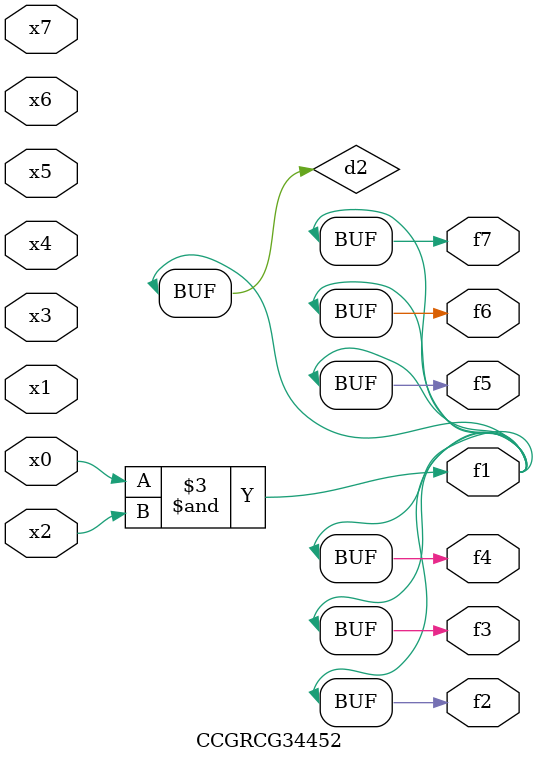
<source format=v>
module CCGRCG34452(
	input x0, x1, x2, x3, x4, x5, x6, x7,
	output f1, f2, f3, f4, f5, f6, f7
);

	wire d1, d2;

	nor (d1, x3, x6);
	and (d2, x0, x2);
	assign f1 = d2;
	assign f2 = d2;
	assign f3 = d2;
	assign f4 = d2;
	assign f5 = d2;
	assign f6 = d2;
	assign f7 = d2;
endmodule

</source>
